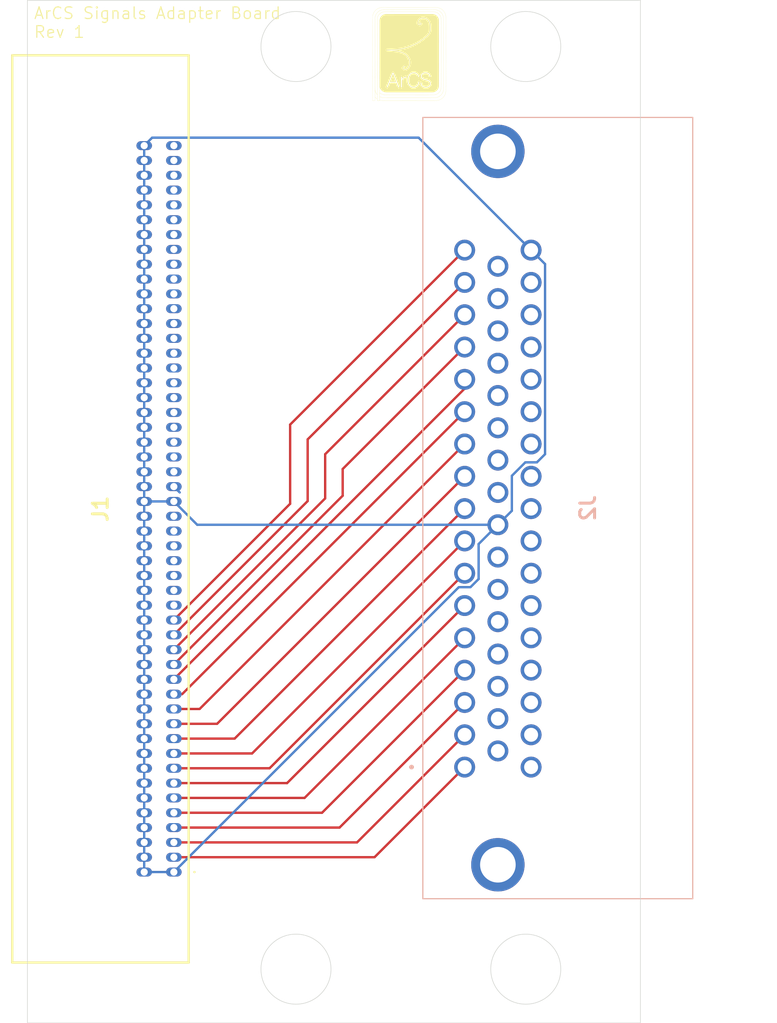
<source format=kicad_pcb>
(kicad_pcb (version 20240108) (generator "pcbnew") (generator_version "8.0")
  (layers (0 "F.Cu" signal) (1 "In1.Cu" signal) (2 "In2.Cu" signal) (31 "B.Cu" signal) (34 "B.Paste" user) (35 "F.Paste" user) (36 "B.SilkS" user "B.Silkscreen") (37 "F.SilkS" user "F.Silkscreen") (38 "B.Mask" user) (39 "F.Mask" user) (44 "Edge.Cuts" user))
  (net 0 "")
  (net 1 "A15")
  (net 2 "GND")
  (net 3 "C5")
  (net 4 "B4")
  (net 5 "C7")
  (net 6 "C4")
  (net 7 "C14")
  (net 8 "B11")
  (net 9 "A0")
  (net 10 "B0")
  (net 11 "C11")
  (net 12 "B2")
  (net 13 "B1")
  (net 14 "A12")
  (net 15 "A13")
  (net 16 "B15")
  (net 17 "B12")
  (net 18 "C12")
  (net 19 "B14")
  (net 20 "C8")
  (net 21 "C1")
  (net 22 "A9")
  (net 23 "B6")
  (net 24 "A14")
  (net 25 "A2")
  (net 26 "B3")
  (net 27 "B5")
  (net 28 "C15")
  (net 29 "C13")
  (net 30 "A7")
  (net 31 "B8")
  (net 32 "B7")
  (net 33 "B9")
  (net 34 "A3")
  (net 35 "A6")
  (net 36 "A4")
  (net 37 "C0")
  (net 38 "A5")
  (net 39 "A8")
  (net 40 "C10")
  (net 41 "C3")
  (net 42 "C2")
  (net 43 "A10")
  (net 44 "C6")
  (net 45 "B13")
  (net 46 "B10")
  (net 47 "C9")
  (net 48 "A11")
  (net 49 "A1")
  (footprint "Graphics:arcs_logo_8mm" (layer "F.Cu") (at 135.2 50.6)
    (property "Reference" "G***" (hide yes))
    (property "Value" "LOGO" (hide yes))
  )
  (footprint "KiCad2:81100560203RB" (layer "F.Cu") (at 115.04 120.68 90)
    (property "Reference" "J1" (at 31.11 -6.285 -90) (layer "F.SilkS") (effects (font (size 1.27 1.27) (thickness 0.254))))
    (property "Value" "81100-560203-RB" (hide yes))
    (pad "" np_thru_hole circle (at -0.64 -6.6 90) (size 2.77 2.77) (drill 2.77) (layers "*.Cu" "*.Mask"))
    (pad "" np_thru_hole circle (at 62.86 -6.6 90) (size 2.77 2.77) (drill 2.77) (layers "*.Cu" "*.Mask"))
    (pad "1" thru_hole oval (at 0 0 90) (size 0.765 1.33) (drill 0.61) (layers "*.Cu" "*.Mask") (net 2 "GND"))
    (pad "2" thru_hole oval (at 0 -2.54 90) (size 0.765 1.33) (drill 0.61) (layers "*.Cu" "*.Mask") (net 2 "GND"))
    (pad "3" thru_hole oval (at 1.27 0 90) (size 0.765 1.33) (drill 0.61) (layers "*.Cu" "*.Mask") (net 28 "C15"))
    (pad "4" thru_hole oval (at 1.27 -2.54 90) (size 0.765 1.33) (drill 0.61) (layers "*.Cu" "*.Mask") (net 2 "GND"))
    (pad "5" thru_hole oval (at 2.54 0 90) (size 0.765 1.33) (drill 0.61) (layers "*.Cu" "*.Mask") (net 7 "C14"))
    (pad "6" thru_hole oval (at 2.54 -2.54 90) (size 0.765 1.33) (drill 0.61) (layers "*.Cu" "*.Mask") (net 2 "GND"))
    (pad "7" thru_hole oval (at 3.81 0 90) (size 0.765 1.33) (drill 0.61) (layers "*.Cu" "*.Mask") (net 29 "C13"))
    (pad "8" thru_hole oval (at 3.81 -2.54 90) (size 0.765 1.33) (drill 0.61) (layers "*.Cu" "*.Mask") (net 2 "GND"))
    (pad "9" thru_hole oval (at 5.08 0 90) (size 0.765 1.33) (drill 0.61) (layers "*.Cu" "*.Mask") (net 18 "C12"))
    (pad "10" thru_hole oval (at 5.08 -2.54 90) (size 0.765 1.33) (drill 0.61) (layers "*.Cu" "*.Mask") (net 2 "GND"))
    (pad "11" thru_hole oval (at 6.35 0 90) (size 0.765 1.33) (drill 0.61) (layers "*.Cu" "*.Mask") (net 11 "C11"))
    (pad "12" thru_hole oval (at 6.35 -2.54 90) (size 0.765 1.33) (drill 0.61) (layers "*.Cu" "*.Mask") (net 2 "GND"))
    (pad "13" thru_hole oval (at 7.62 0 90) (size 0.765 1.33) (drill 0.61) (layers "*.Cu" "*.Mask") (net 40 "C10"))
    (pad "14" thru_hole oval (at 7.62 -2.54 90) (size 0.765 1.33) (drill 0.61) (layers "*.Cu" "*.Mask") (net 2 "GND"))
    (pad "15" thru_hole oval (at 8.89 0 90) (size 0.765 1.33) (drill 0.61) (layers "*.Cu" "*.Mask") (net 47 "C9"))
    (pad "16" thru_hole oval (at 8.89 -2.54 90) (size 0.765 1.33) (drill 0.61) (layers "*.Cu" "*.Mask") (net 2 "GND"))
    (pad "17" thru_hole oval (at 10.16 0 90) (size 0.765 1.33) (drill 0.61) (layers "*.Cu" "*.Mask") (net 20 "C8"))
    (pad "18" thru_hole oval (at 10.16 -2.54 90) (size 0.765 1.33) (drill 0.61) (layers "*.Cu" "*.Mask") (net 2 "GND"))
    (pad "19" thru_hole oval (at 11.43 0 90) (size 0.765 1.33) (drill 0.61) (layers "*.Cu" "*.Mask") (net 5 "C7"))
    (pad "20" thru_hole oval (at 11.43 -2.54 90) (size 0.765 1.33) (drill 0.61) (layers "*.Cu" "*.Mask") (net 2 "GND"))
    (pad "21" thru_hole oval (at 12.7 0 90) (size 0.765 1.33) (drill 0.61) (layers "*.Cu" "*.Mask") (net 44 "C6"))
    (pad "22" thru_hole oval (at 12.7 -2.54 90) (size 0.765 1.33) (drill 0.61) (layers "*.Cu" "*.Mask") (net 2 "GND"))
    (pad "23" thru_hole oval (at 13.97 0 90) (size 0.765 1.33) (drill 0.61) (layers "*.Cu" "*.Mask") (net 3 "C5"))
    (pad "24" thru_hole oval (at 13.97 -2.54 90) (size 0.765 1.33) (drill 0.61) (layers "*.Cu" "*.Mask") (net 2 "GND"))
    (pad "25" thru_hole oval (at 15.24 0 90) (size 0.765 1.33) (drill 0.61) (layers "*.Cu" "*.Mask") (net 6 "C4"))
    (pad "26" thru_hole oval (at 15.24 -2.54 90) (size 0.765 1.33) (drill 0.61) (layers "*.Cu" "*.Mask") (net 2 "GND"))
    (pad "27" thru_hole oval (at 16.51 0 90) (size 0.765 1.33) (drill 0.61) (layers "*.Cu" "*.Mask") (net 41 "C3"))
    (pad "28" thru_hole oval (at 16.51 -2.54 90) (size 0.765 1.33) (drill 0.61) (layers "*.Cu" "*.Mask") (net 2 "GND"))
    (pad "29" thru_hole oval (at 17.78 0 90) (size 0.765 1.33) (drill 0.61) (layers "*.Cu" "*.Mask") (net 42 "C2"))
    (pad "30" thru_hole oval (at 17.78 -2.54 90) (size 0.765 1.33) (drill 0.61) (layers "*.Cu" "*.Mask") (net 2 "GND"))
    (pad "31" thru_hole oval (at 19.05 0 90) (size 0.765 1.33) (drill 0.61) (layers "*.Cu" "*.Mask") (net 21 "C1"))
    (pad "32" thru_hole oval (at 19.05 -2.54 90) (size 0.765 1.33) (drill 0.61) (layers "*.Cu" "*.Mask") (net 2 "GND"))
    (pad "33" thru_hole oval (at 20.32 0 90) (size 0.765 1.33) (drill 0.61) (layers "*.Cu" "*.Mask") (net 37 "C0"))
    (pad "34" thru_hole oval (at 20.32 -2.54 90) (size 0.765 1.33) (drill 0.61) (layers "*.Cu" "*.Mask") (net 2 "GND"))
    (pad "35" thru_hole oval (at 21.59 0 90) (size 0.765 1.33) (drill 0.61) (layers "*.Cu" "*.Mask") (net 16 "B15"))
    (pad "36" thru_hole oval (at 21.59 -2.54 90) (size 0.765 1.33) (drill 0.61) (layers "*.Cu" "*.Mask") (net 2 "GND"))
    (pad "37" thru_hole oval (at 22.86 0 90) (size 0.765 1.33) (drill 0.61) (layers "*.Cu" "*.Mask") (net 19 "B14"))
    (pad "38" thru_hole oval (at 22.86 -2.54 90) (size 0.765 1.33) (drill 0.61) (layers "*.Cu" "*.Mask") (net 2 "GND"))
    (pad "39" thru_hole oval (at 24.13 0 90) (size 0.765 1.33) (drill 0.61) (layers "*.Cu" "*.Mask") (net 45 "B13"))
    (pad "40" thru_hole oval (at 24.13 -2.54 90) (size 0.765 1.33) (drill 0.61) (layers "*.Cu" "*.Mask") (net 2 "GND"))
    (pad "41" thru_hole oval (at 25.4 0 90) (size 0.765 1.33) (drill 0.61) (layers "*.Cu" "*.Mask") (net 17 "B12"))
    (pad "42" thru_hole oval (at 25.4 -2.54 90) (size 0.765 1.33) (drill 0.61) (layers "*.Cu" "*.Mask") (net 2 "GND"))
    (pad "43" thru_hole oval (at 26.67 0 90) (size 0.765 1.33) (drill 0.61) (layers "*.Cu" "*.Mask") (net 8 "B11"))
    (pad "44" thru_hole oval (at 26.67 -2.54 90) (size 0.765 1.33) (drill 0.61) (layers "*.Cu" "*.Mask") (net 2 "GND"))
    (pad "45" thru_hole oval (at 27.94 0 90) (size 0.765 1.33) (drill 0.61) (layers "*.Cu" "*.Mask") (net 46 "B10"))
    (pad "46" thru_hole oval (at 27.94 -2.54 90) (size 0.765 1.33) (drill 0.61) (layers "*.Cu" "*.Mask") (net 2 "GND"))
    (pad "47" thru_hole oval (at 29.21 0 90) (size 0.765 1.33) (drill 0.61) (layers "*.Cu" "*.Mask") (net 33 "B9"))
    (pad "48" thru_hole oval (at 29.21 -2.54 90) (size 0.765 1.33) (drill 0.61) (layers "*.Cu" "*.Mask") (net 2 "GND"))
    (pad "49" thru_hole oval (at 30.48 0 90) (size 0.765 1.33) (drill 0.61) (layers "*.Cu" "*.Mask") (net 31 "B8"))
    (pad "50" thru_hole oval (at 30.48 -2.54 90) (size 0.765 1.33) (drill 0.61) (layers "*.Cu" "*.Mask") (net 2 "GND"))
    (pad "51" thru_hole oval (at 31.75 0 90) (size 0.765 1.33) (drill 0.61) (layers "*.Cu" "*.Mask") (net 2 "GND"))
    (pad "52" thru_hole oval (at 31.75 -2.54 90) (size 0.765 1.33) (drill 0.61) (layers "*.Cu" "*.Mask") (net 2 "GND"))
    (pad "53" thru_hole oval (at 33.02 0 90) (size 0.765 1.33) (drill 0.61) (layers "*.Cu" "*.Mask") (net 32 "B7"))
    (pad "54" thru_hole oval (at 33.02 -2.54 90) (size 0.765 1.33) (drill 0.61) (layers "*.Cu" "*.Mask") (net 2 "GND"))
    (pad "55" thru_hole oval (at 34.29 0 90) (size 0.765 1.33) (drill 0.61) (layers "*.Cu" "*.Mask") (net 23 "B6"))
    (pad "56" thru_hole oval (at 34.29 -2.54 90) (size 0.765 1.33) (drill 0.61) (layers "*.Cu" "*.Mask") (net 2 "GND"))
    (pad "57" thru_hole oval (at 35.56 0 90) (size 0.765 1.33) (drill 0.61) (layers "*.Cu" "*.Mask") (net 27 "B5"))
    (pad "58" thru_hole oval (at 35.56 -2.54 90) (size 0.765 1.33) (drill 0.61) (layers "*.Cu" "*.Mask") (net 2 "GND"))
    (pad "59" thru_hole oval (at 36.83 0 90) (size 0.765 1.33) (drill 0.61) (layers "*.Cu" "*.Mask") (net 4 "B4"))
    (pad "60" thru_hole oval (at 36.83 -2.54 90) (size 0.765 1.33) (drill 0.61) (layers "*.Cu" "*.Mask") (net 2 "GND"))
    (pad "61" thru_hole oval (at 38.1 0 90) (size 0.765 1.33) (drill 0.61) (layers "*.Cu" "*.Mask") (net 26 "B3"))
    (pad "62" thru_hole oval (at 38.1 -2.54 90) (size 0.765 1.33) (drill 0.61) (layers "*.Cu" "*.Mask") (net 2 "GND"))
    (pad "63" thru_hole oval (at 39.37 0 90) (size 0.765 1.33) (drill 0.61) (layers "*.Cu" "*.Mask") (net 12 "B2"))
    (pad "64" thru_hole oval (at 39.37 -2.54 90) (size 0.765 1.33) (drill 0.61) (layers "*.Cu" "*.Mask") (net 2 "GND"))
    (pad "65" thru_hole oval (at 40.64 0 90) (size 0.765 1.33) (drill 0.61) (layers "*.Cu" "*.Mask") (net 13 "B1"))
    (pad "66" thru_hole oval (at 40.64 -2.54 90) (size 0.765 1.33) (drill 0.61) (layers "*.Cu" "*.Mask") (net 2 "GND"))
    (pad "67" thru_hole oval (at 41.91 0 90) (size 0.765 1.33) (drill 0.61) (layers "*.Cu" "*.Mask") (net 10 "B0"))
    (pad "68" thru_hole oval (at 41.91 -2.54 90) (size 0.765 1.33) (drill 0.61) (layers "*.Cu" "*.Mask") (net 2 "GND"))
    (pad "69" thru_hole oval (at 43.18 0 90) (size 0.765 1.33) (drill 0.61) (layers "*.Cu" "*.Mask") (net 1 "A15"))
    (pad "70" thru_hole oval (at 43.18 -2.54 90) (size 0.765 1.33) (drill 0.61) (layers "*.Cu" "*.Mask") (net 2 "GND"))
    (pad "71" thru_hole oval (at 44.45 0 90) (size 0.765 1.33) (drill 0.61) (layers "*.Cu" "*.Mask") (net 24 "A14"))
    (pad "72" thru_hole oval (at 44.45 -2.54 90) (size 0.765 1.33) (drill 0.61) (layers "*.Cu" "*.Mask") (net 2 "GND"))
    (pad "73" thru_hole oval (at 45.72 0 90) (size 0.765 1.33) (drill 0.61) (layers "*.Cu" "*.Mask") (net 15 "A13"))
    (pad "74" thru_hole oval (at 45.72 -2.54 90) (size 0.765 1.33) (drill 0.61) (layers "*.Cu" "*.Mask") (net 2 "GND"))
    (pad "75" thru_hole oval (at 46.99 0 90) (size 0.765 1.33) (drill 0.61) (layers "*.Cu" "*.Mask") (net 14 "A12"))
    (pad "76" thru_hole oval (at 46.99 -2.54 90) (size 0.765 1.33) (drill 0.61) (layers "*.Cu" "*.Mask") (net 2 "GND"))
    (pad "77" thru_hole oval (at 48.26 0 90) (size 0.765 1.33) (drill 0.61) (layers "*.Cu" "*.Mask") (net 48 "A11"))
    (pad "78" thru_hole oval (at 48.26 -2.54 90) (size 0.765 1.33) (drill 0.61) (layers "*.Cu" "*.Mask") (net 2 "GND"))
    (pad "79" thru_hole oval (at 49.53 0 90) (size 0.765 1.33) (drill 0.61) (layers "*.Cu" "*.Mask") (net 43 "A10"))
    (pad "80" thru_hole oval (at 49.53 -2.54 90) (size 0.765 1.33) (drill 0.61) (layers "*.Cu" "*.Mask") (net 2 "GND"))
    (pad "81" thru_hole oval (at 50.8 0 90) (size 0.765 1.33) (drill 0.61) (layers "*.Cu" "*.Mask") (net 22 "A9"))
    (pad "82" thru_hole oval (at 50.8 -2.54 90) (size 0.765 1.33) (drill 0.61) (layers "*.Cu" "*.Mask") (net 2 "GND"))
    (pad "83" thru_hole oval (at 52.07 0 90) (size 0.765 1.33) (drill 0.61) (layers "*.Cu" "*.Mask") (net 39 "A8"))
    (pad "84" thru_hole oval (at 52.07 -2.54 90) (size 0.765 1.33) (drill 0.61) (layers "*.Cu" "*.Mask") (net 2 "GND"))
    (pad "85" thru_hole oval (at 53.34 0 90) (size 0.765 1.33) (drill 0.61) (layers "*.Cu" "*.Mask") (net 30 "A7"))
    (pad "86" thru_hole oval (at 53.34 -2.54 90) (size 0.765 1.33) (drill 0.61) (layers "*.Cu" "*.Mask") (net 2 "GND"))
    (pad "87" thru_hole oval (at 54.61 0 90) (size 0.765 1.33) (drill 0.61) (layers "*.Cu" "*.Mask") (net 35 "A6"))
    (pad "88" thru_hole oval (at 54.61 -2.54 90) (size 0.765 1.33) (drill 0.61) (layers "*.Cu" "*.Mask") (net 2 "GND"))
    (pad "89" thru_hole oval (at 55.88 0 90) (size 0.765 1.33) (drill 0.61) (layers "*.Cu" "*.Mask") (net 38 "A5"))
    (pad "90" thru_hole oval (at 55.88 -2.54 90) (size 0.765 1.33) (drill 0.61) (layers "*.Cu" "*.Mask") (net 2 "GND"))
    (pad "91" thru_hole oval (at 57.15 0 90) (size 0.765 1.33) (drill 0.61) (layers "*.Cu" "*.Mask") (net 36 "A4"))
    (pad "92" thru_hole oval (at 57.15 -2.54 90) (size 0.765 1.33) (drill 0.61) (layers "*.Cu" "*.Mask") (net 2 "GND"))
    (pad "93" thru_hole oval (at 58.42 0 90) (size 0.765 1.33) (drill 0.61) (layers "*.Cu" "*.Mask") (net 34 "A3"))
    (pad "94" thru_hole oval (at 58.42 -2.54 90) (size 0.765 1.33) (drill 0.61) (layers "*.Cu" "*.Mask") (net 2 "GND"))
    (pad "95" thru_hole oval (at 59.69 0 90) (size 0.765 1.33) (drill 0.61) (layers "*.Cu" "*.Mask") (net 25 "A2"))
    (pad "96" thru_hole oval (at 59.69 -2.54 90) (size 0.765 1.33) (drill 0.61) (layers "*.Cu" "*.Mask") (net 2 "GND"))
    (pad "97" thru_hole oval (at 60.96 0 90) (size 0.765 1.33) (drill 0.61) (layers "*.Cu" "*.Mask") (net 49 "A1"))
    (pad "98" thru_hole oval (at 60.96 -2.54 90) (size 0.765 1.33) (drill 0.61) (layers "*.Cu" "*.Mask") (net 2 "GND"))
    (pad "99" thru_hole oval (at 62.23 0 90) (size 0.765 1.33) (drill 0.61) (layers "*.Cu" "*.Mask") (net 9 "A0"))
    (pad "100" thru_hole oval (at 62.23 -2.54 90) (size 0.765 1.33) (drill 0.61) (layers "*.Cu" "*.Mask") (net 2 "GND"))
  )
  (footprint "KiCad3:57471931" (layer "B.Cu") (at 139.9475 111.6895 -90)
    (property "Reference" "J2" (at -22.19 -10.553 90) (layer "B.SilkS") (effects (font (size 1.27 1.27) (thickness 0.254)) (justify mirror)))
    (property "Value" "5747193-1" (hide yes))
    (pad "1" thru_hole circle (at 0 0 270) (size 1.791 1.791) (drill 1.194) (layers "*.Cu" "*.Mask") (net 28 "C15"))
    (pad "2" thru_hole circle (at -2.768 0 270) (size 1.791 1.791) (drill 1.194) (layers "*.Cu" "*.Mask") (net 7 "C14"))
    (pad "3" thru_hole circle (at -5.536 0 270) (size 1.791 1.791) (drill 1.194) (layers "*.Cu" "*.Mask") (net 29 "C13"))
    (pad "4" thru_hole circle (at -8.304 0 270) (size 1.791 1.791) (drill 1.194) (layers "*.Cu" "*.Mask") (net 18 "C12"))
    (pad "5" thru_hole circle (at -11.072 0 270) (size 1.791 1.791) (drill 1.194) (layers "*.Cu" "*.Mask") (net 11 "C11"))
    (pad "6" thru_hole circle (at -13.84 0 270) (size 1.791 1.791) (drill 1.194) (layers "*.Cu" "*.Mask") (net 40 "C10"))
    (pad "7" thru_hole circle (at -16.608 0 270) (size 1.791 1.791) (drill 1.194) (layers "*.Cu" "*.Mask") (net 47 "C9"))
    (pad "8" thru_hole circle (at -19.376 0 270) (size 1.791 1.791) (drill 1.194) (layers "*.Cu" "*.Mask") (net 20 "C8"))
    (pad "9" thru_hole circle (at -22.144 0 270) (size 1.791 1.791) (drill 1.194) (layers "*.Cu" "*.Mask") (net 5 "C7"))
    (pad "10" thru_hole circle (at -24.912 0 270) (size 1.791 1.791) (drill 1.194) (layers "*.Cu" "*.Mask") (net 44 "C6"))
    (pad "11" thru_hole circle (at -27.68 0 270) (size 1.791 1.791) (drill 1.194) (layers "*.Cu" "*.Mask") (net 3 "C5"))
    (pad "12" thru_hole circle (at -30.448 0 270) (size 1.791 1.791) (drill 1.194) (layers "*.Cu" "*.Mask") (net 6 "C4"))
    (pad "13" thru_hole circle (at -33.216 0 270) (size 1.791 1.791) (drill 1.194) (layers "*.Cu" "*.Mask") (net 41 "C3"))
    (pad "14" thru_hole circle (at -35.984 0 270) (size 1.791 1.791) (drill 1.194) (layers "*.Cu" "*.Mask") (net 42 "C2"))
    (pad "15" thru_hole circle (at -38.752 0 270) (size 1.791 1.791) (drill 1.194) (layers "*.Cu" "*.Mask") (net 21 "C1"))
    (pad "16" thru_hole circle (at -41.52 0 270) (size 1.791 1.791) (drill 1.194) (layers "*.Cu" "*.Mask") (net 37 "C0"))
    (pad "17" thru_hole circle (at -44.288 0 270) (size 1.791 1.791) (drill 1.194) (layers "*.Cu" "*.Mask") (net 16 "B15"))
    (pad "18" thru_hole circle (at -1.384 -2.845 270) (size 1.791 1.791) (drill 1.194) (layers "*.Cu" "*.Mask") (net 19 "B14"))
    (pad "19" thru_hole circle (at -4.152 -2.845 270) (size 1.791 1.791) (drill 1.194) (layers "*.Cu" "*.Mask") (net 45 "B13"))
    (pad "20" thru_hole circle (at -6.92 -2.845 270) (size 1.791 1.791) (drill 1.194) (layers "*.Cu" "*.Mask") (net 17 "B12"))
    (pad "21" thru_hole circle (at -9.688 -2.845 270) (size 1.791 1.791) (drill 1.194) (layers "*.Cu" "*.Mask") (net 8 "B11"))
    (pad "22" thru_hole circle (at -12.456 -2.845 270) (size 1.791 1.791) (drill 1.194) (layers "*.Cu" "*.Mask") (net 46 "B10"))
    (pad "23" thru_hole circle (at -15.224 -2.845 270) (size 1.791 1.791) (drill 1.194) (layers "*.Cu" "*.Mask") (net 33 "B9"))
    (pad "24" thru_hole circle (at -17.992 -2.845 270) (size 1.791 1.791) (drill 1.194) (layers "*.Cu" "*.Mask") (net 31 "B8"))
    (pad "25" thru_hole circle (at -20.76 -2.845 270) (size 1.791 1.791) (drill 1.194) (layers "*.Cu" "*.Mask") (net 2 "GND"))
    (pad "26" thru_hole circle (at -23.528 -2.845 270) (size 1.791 1.791) (drill 1.194) (layers "*.Cu" "*.Mask") (net 32 "B7"))
    (pad "27" thru_hole circle (at -26.296 -2.845 270) (size 1.791 1.791) (drill 1.194) (layers "*.Cu" "*.Mask") (net 23 "B6"))
    (pad "28" thru_hole circle (at -29.064 -2.845 270) (size 1.791 1.791) (drill 1.194) (layers "*.Cu" "*.Mask") (net 27 "B5"))
    (pad "29" thru_hole circle (at -31.832 -2.845 270) (size 1.791 1.791) (drill 1.194) (layers "*.Cu" "*.Mask") (net 4 "B4"))
    (pad "30" thru_hole circle (at -34.6 -2.845 270) (size 1.791 1.791) (drill 1.194) (layers "*.Cu" "*.Mask") (net 26 "B3"))
    (pad "31" thru_hole circle (at -37.368 -2.845 270) (size 1.791 1.791) (drill 1.194) (layers "*.Cu" "*.Mask") (net 12 "B2"))
    (pad "32" thru_hole circle (at -40.136 -2.845 270) (size 1.791 1.791) (drill 1.194) (layers "*.Cu" "*.Mask") (net 13 "B1"))
    (pad "33" thru_hole circle (at -42.904 -2.845 270) (size 1.791 1.791) (drill 1.194) (layers "*.Cu" "*.Mask") (net 10 "B0"))
    (pad "34" thru_hole circle (at 0 -5.69 270) (size 1.791 1.791) (drill 1.194) (layers "*.Cu" "*.Mask") (net 1 "A15"))
    (pad "35" thru_hole circle (at -2.768 -5.69 270) (size 1.791 1.791) (drill 1.194) (layers "*.Cu" "*.Mask") (net 24 "A14"))
    (pad "36" thru_hole circle (at -5.536 -5.69 270) (size 1.791 1.791) (drill 1.194) (layers "*.Cu" "*.Mask") (net 15 "A13"))
    (pad "37" thru_hole circle (at -8.304 -5.69 270) (size 1.791 1.791) (drill 1.194) (layers "*.Cu" "*.Mask") (net 14 "A12"))
    (pad "38" thru_hole circle (at -11.072 -5.69 270) (size 1.791 1.791) (drill 1.194) (layers "*.Cu" "*.Mask") (net 48 "A11"))
    (pad "39" thru_hole circle (at -13.84 -5.69 270) (size 1.791 1.791) (drill 1.194) (layers "*.Cu" "*.Mask") (net 43 "A10"))
    (pad "40" thru_hole circle (at -16.608 -5.69 270) (size 1.791 1.791) (drill 1.194) (layers "*.Cu" "*.Mask") (net 22 "A9"))
    (pad "41" thru_hole circle (at -19.376 -5.69 270) (size 1.791 1.791) (drill 1.194) (layers "*.Cu" "*.Mask") (net 39 "A8"))
    (pad "42" thru_hole circle (at -22.144 -5.69 270) (size 1.791 1.791) (drill 1.194) (layers "*.Cu" "*.Mask") (net 30 "A7"))
    (pad "43" thru_hole circle (at -24.912 -5.69 270) (size 1.791 1.791) (drill 1.194) (layers "*.Cu" "*.Mask") (net 35 "A6"))
    (pad "44" thru_hole circle (at -27.68 -5.69 270) (size 1.791 1.791) (drill 1.194) (layers "*.Cu" "*.Mask") (net 38 "A5"))
    (pad "45" thru_hole circle (at -30.448 -5.69 270) (size 1.791 1.791) (drill 1.194) (layers "*.Cu" "*.Mask") (net 36 "A4"))
    (pad "46" thru_hole circle (at -33.216 -5.69 270) (size 1.791 1.791) (drill 1.194) (layers "*.Cu" "*.Mask") (net 34 "A3"))
    (pad "47" thru_hole circle (at -35.984 -5.69 270) (size 1.791 1.791) (drill 1.194) (layers "*.Cu" "*.Mask") (net 25 "A2"))
    (pad "48" thru_hole circle (at -38.752 -5.69 270) (size 1.791 1.791) (drill 1.194) (layers "*.Cu" "*.Mask") (net 49 "A1"))
    (pad "49" thru_hole circle (at -41.52 -5.69 270) (size 1.791 1.791) (drill 1.194) (layers "*.Cu" "*.Mask") (net 9 "A0"))
    (pad "50" thru_hole circle (at -44.288 -5.69 270) (size 1.791 1.791) (drill 1.194) (layers "*.Cu" "*.Mask") (net 2 "GND"))
    (pad "MH1" thru_hole circle (at 8.366 -2.845 270) (size 4.572 4.572) (drill 3.048) (layers "*.Cu" "*.Mask"))
    (pad "MH2" thru_hole circle (at -52.746 -2.845 270) (size 4.572 4.572) (drill 3.048) (layers "*.Cu" "*.Mask"))
  )
  (gr_circle (center 145.18 129) (end 148.18 129) (stroke (width 0.05)) (fill none) (layer "Edge.Cuts"))
  (gr_circle (center 125.5 129) (end 128.5 129) (stroke (width 0.05)) (fill none) (layer "Edge.Cuts"))
  (gr_circle (center 125.5 49.96) (end 128.5 49.96) (stroke (width 0.05)) (fill none) (layer "Edge.Cuts"))
  (gr_circle (center 145.18 49.96) (end 148.18 49.96) (stroke (width 0.05)) (fill none) (layer "Edge.Cuts"))
  (gr_rect (start 102.5 46) (end 155 133.6) (stroke (width 0.05)) (fill none) (layer "Edge.Cuts"))
  (gr_text "ArCS Signals Adapter Board\nRev 1" (at 103 49.3 0) (layer "F.SilkS") (effects (font (size 1 1) (thickness 0.1)) (justify left bottom)))
  (segment (start 140.442693 96.277) (end 139.443 96.277) (width 0.2) (layer "B.Cu") (net 2))
  (segment (start 136.0035 57.7675) (end 145.6375 67.4015) (width 0.2) (layer "B.Cu") (net 2))
  (segment (start 112.5 58.45) (end 112.5 120.68) (width 0.2) (layer "B.Cu") (net 2))
  (segment (start 141.143 95.576693) (end 140.442693 96.277) (width 0.2) (layer "B.Cu") (net 2))
  (segment (start 146.833 84.881693) (end 146.132693 85.582) (width 0.2) (layer "B.Cu") (net 2))
  (segment (start 142.7925 90.9295) (end 141.143 92.579) (width 0.2) (layer "B.Cu") (net 2))
  (segment (start 142.7925 90.9295) (end 117.0395 90.9295) (width 0.2) (layer "B.Cu") (net 2))
  (segment (start 143.988 89.734) (end 142.7925 90.9295) (width 0.2) (layer "B.Cu") (net 2))
  (segment (start 139.443 96.277) (end 115.04 120.68) (width 0.2) (layer "B.Cu") (net 2))
  (segment (start 112.5 88.93) (end 115.04 88.93) (width 0.2) (layer "B.Cu") (net 2))
  (segment (start 145.6375 67.4015) (end 146.833 68.597) (width 0.2) (layer "B.Cu") (net 2))
  (segment (start 141.143 92.579) (end 141.143 95.576693) (width 0.2) (layer "B.Cu") (net 2))
  (segment (start 112.5 120.68) (end 115.04 120.68) (width 0.2) (layer "B.Cu") (net 2))
  (segment (start 145.142307 85.582) (end 143.988 86.736307) (width 0.2) (layer "B.Cu") (net 2))
  (segment (start 143.988 86.736307) (end 143.988 89.734) (width 0.2) (layer "B.Cu") (net 2))
  (segment (start 113.1825 57.7675) (end 136.0035 57.7675) (width 0.2) (layer "B.Cu") (net 2))
  (segment (start 117.0395 90.9295) (end 115.04 88.93) (width 0.2) (layer "B.Cu") (net 2))
  (segment (start 146.833 68.597) (end 146.833 84.881693) (width 0.2) (layer "B.Cu") (net 2))
  (segment (start 146.132693 85.582) (end 145.142307 85.582) (width 0.2) (layer "B.Cu") (net 2))
  (segment (start 112.5 58.45) (end 113.1825 57.7675) (width 0.2) (layer "B.Cu") (net 2))
  (segment (start 115.04 106.71) (end 117.247 106.71) (width 0.2) (layer "F.Cu") (net 3))
  (segment (start 117.247 106.71) (end 139.9475 84.0095) (width 0.2) (layer "F.Cu") (net 3))
  (segment (start 115.04 109.25) (end 120.243 109.25) (width 0.2) (layer "F.Cu") (net 5))
  (segment (start 120.243 109.25) (end 139.9475 89.5455) (width 0.2) (layer "F.Cu") (net 5))
  (segment (start 115.749 105.44) (end 139.9475 81.2415) (width 0.2) (layer "F.Cu") (net 6))
  (segment (start 115.04 105.44) (end 115.749 105.44) (width 0.2) (layer "F.Cu") (net 6))
  (segment (start 115.04 118.14) (end 130.729 118.14) (width 0.2) (layer "F.Cu") (net 7))
  (segment (start 130.729 118.14) (end 139.9475 108.9215) (width 0.2) (layer "F.Cu") (net 7))
  (segment (start 126.235 114.33) (end 139.9475 100.6175) (width 0.2) (layer "F.Cu") (net 11))
  (segment (start 115.04 114.33) (end 126.235 114.33) (width 0.2) (layer "F.Cu") (net 11))
  (segment (start 125 82.349) (end 139.9475 67.4015) (width 0.2) (layer "F.Cu") (net 16))
  (segment (start 125 89.13) (end 125 82.349) (width 0.2) (layer "F.Cu") (net 16))
  (segment (start 115.04 99.09) (end 125 89.13) (width 0.2) (layer "F.Cu") (net 16))
  (segment (start 127.733 115.6) (end 139.9475 103.3855) (width 0.2) (layer "F.Cu") (net 18))
  (segment (start 115.04 115.6) (end 127.733 115.6) (width 0.2) (layer "F.Cu") (net 18))
  (segment (start 115.04 110.52) (end 121.741 110.52) (width 0.2) (layer "F.Cu") (net 20))
  (segment (start 121.741 110.52) (end 139.9475 92.3135) (width 0.2) (layer "F.Cu") (net 20))
  (segment (start 128 88.67) (end 128 84.885) (width 0.2) (layer "F.Cu") (net 21))
  (segment (start 128 84.885) (end 139.9475 72.9375) (width 0.2) (layer "F.Cu") (net 21))
  (segment (start 115.04 101.63) (end 128 88.67) (width 0.2) (layer "F.Cu") (net 21))
  (segment (start 115.04 119.41) (end 132.227 119.41) (width 0.2) (layer "F.Cu") (net 28))
  (segment (start 132.227 119.41) (end 139.9475 111.6895) (width 0.2) (layer "F.Cu") (net 28))
  (segment (start 115.04 116.87) (end 129.231 116.87) (width 0.2) (layer "F.Cu") (net 29))
  (segment (start 129.231 116.87) (end 139.9475 106.1535) (width 0.2) (layer "F.Cu") (net 29))
  (segment (start 115.04 87.66) (end 115.5415 88.1615) (width 0.2) (layer "B.Cu") (net 32))
  (segment (start 126.5 83.617) (end 139.9475 70.1695) (width 0.2) (layer "F.Cu") (net 37))
  (segment (start 126.5 88.9) (end 126.5 83.617) (width 0.2) (layer "F.Cu") (net 37))
  (segment (start 115.04 100.36) (end 126.5 88.9) (width 0.2) (layer "F.Cu") (net 37))
  (segment (start 124.737 113.06) (end 139.9475 97.8495) (width 0.2) (layer "F.Cu") (net 40))
  (segment (start 115.04 113.06) (end 124.737 113.06) (width 0.2) (layer "F.Cu") (net 40))
  (segment (start 115.04 104.17) (end 139.9475 79.2625) (width 0.2) (layer "F.Cu") (net 41))
  (segment (start 139.9475 79.2625) (end 139.9475 78.4735) (width 0.2) (layer "F.Cu") (net 41))
  (segment (start 129.5 88.44) (end 129.5 86.153) (width 0.2) (layer "F.Cu") (net 42))
  (segment (start 129.5 86.153) (end 139.9475 75.7055) (width 0.2) (layer "F.Cu") (net 42))
  (segment (start 115.04 102.9) (end 129.5 88.44) (width 0.2) (layer "F.Cu") (net 42))
  (segment (start 118.745 107.98) (end 139.9475 86.7775) (width 0.2) (layer "F.Cu") (net 44))
  (segment (start 115.04 107.98) (end 118.745 107.98) (width 0.2) (layer "F.Cu") (net 44))
  (segment (start 123.239 111.79) (end 139.9475 95.0815) (width 0.2) (layer "F.Cu") (net 47))
  (segment (start 115.04 111.79) (end 123.239 111.79) (width 0.2) (layer "F.Cu") (net 47))
)
</source>
